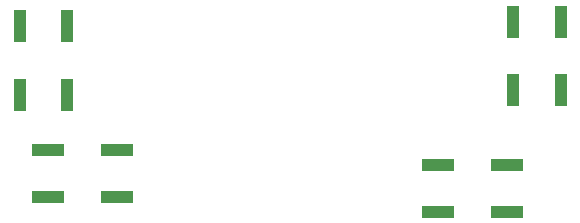
<source format=gbr>
G04 #@! TF.GenerationSoftware,KiCad,Pcbnew,9.0.2*
G04 #@! TF.CreationDate,2025-09-01T17:42:29-04:00*
G04 #@! TF.ProjectId,Trackball,54726163-6b62-4616-9c6c-2e6b69636164,rev?*
G04 #@! TF.SameCoordinates,Original*
G04 #@! TF.FileFunction,Paste,Top*
G04 #@! TF.FilePolarity,Positive*
%FSLAX46Y46*%
G04 Gerber Fmt 4.6, Leading zero omitted, Abs format (unit mm)*
G04 Created by KiCad (PCBNEW 9.0.2) date 2025-09-01 17:42:29*
%MOMM*%
%LPD*%
G01*
G04 APERTURE LIST*
%ADD10R,2.800000X1.000000*%
%ADD11R,1.000000X2.800000*%
G04 APERTURE END LIST*
D10*
X141421290Y-119631030D03*
X147221290Y-119631030D03*
X141421290Y-123631030D03*
X147221290Y-123631030D03*
D11*
X109971290Y-107931030D03*
X109971290Y-113731030D03*
X105971290Y-107931030D03*
X105971290Y-113731030D03*
X147771290Y-113331030D03*
X147771290Y-107531030D03*
X151771290Y-113331030D03*
X151771290Y-107531030D03*
D10*
X108371290Y-118381030D03*
X114171290Y-118381030D03*
X108371290Y-122381030D03*
X114171290Y-122381030D03*
M02*

</source>
